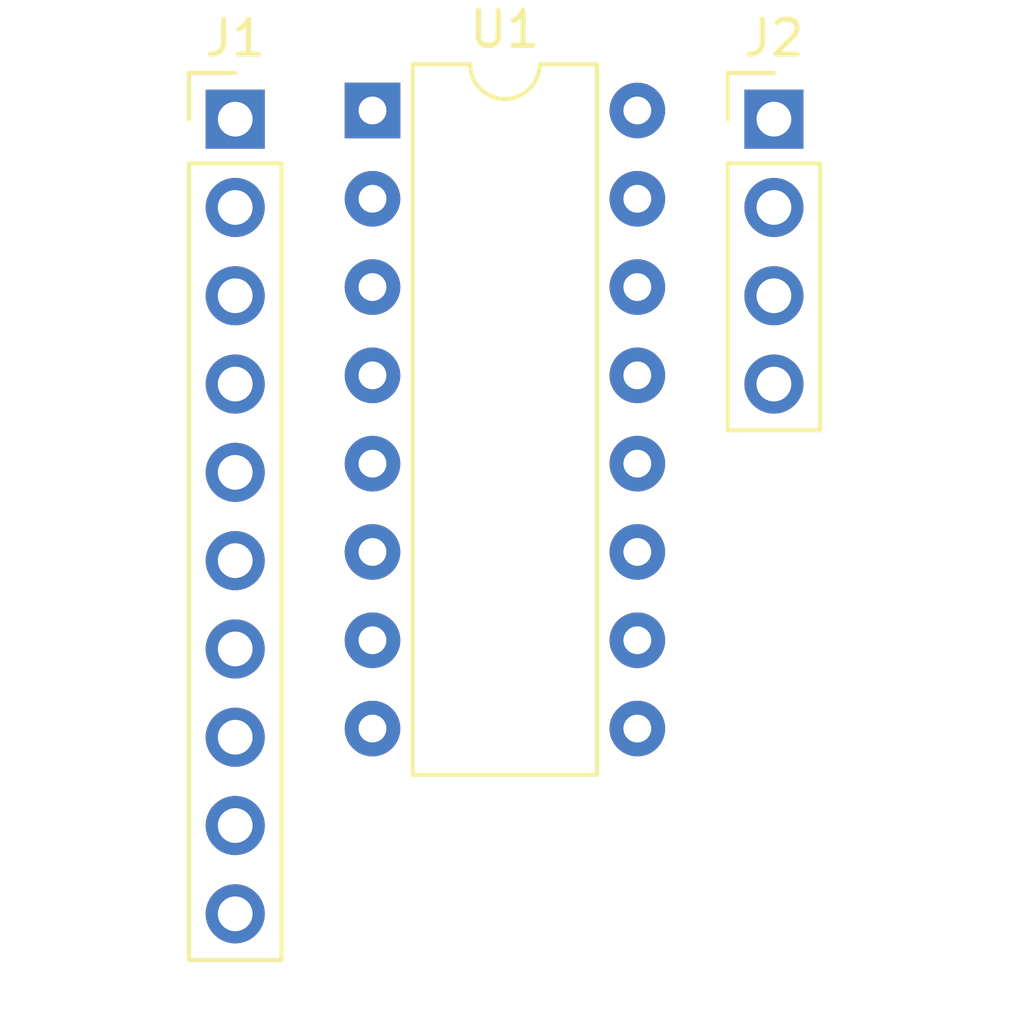
<source format=kicad_pcb>
(kicad_pcb (version 20211014) (generator pcbnew)
  (layers (0 "F.Cu" signal) (31 "B.Cu" signal) (34 "B.Paste" user) (35 "F.Paste" user) (36 "B.SilkS" user "B.Silkscreen") (37 "F.SilkS" user "F.Silkscreen") (38 "B.Mask" user) (39 "F.Mask" user) (44 "Edge.Cuts" user))
  (net 0 "")
  (net 1 "Net-(J1-Pad1)")
  (net 2 "Net-(J1-Pad2)")
  (net 3 "Net-(J1-Pad3)")
  (net 4 "Net-(J1-Pad4)")
  (net 5 "Net-(J1-Pad5)")
  (net 6 "Net-(J1-Pad6)")
  (net 7 "Net-(J1-Pad7)")
  (net 8 "Net-(J1-Pad8)")
  (net 9 "Net-(J1-Pad9)")
  (net 10 "Net-(J1-Pad10)")
  (net 11 "Net-(J2-Pad1)")
  (net 12 "Net-(J2-Pad2)")
  (net 13 "Net-(J2-Pad3)")
  (net 14 "Net-(J2-Pad4)")
  (net 15 "GND")
  (net 16 "VCC")
  (footprint "Connector_PinHeader_2.54mm:PinHeader_1x04_P2.54mm_Vertical" (layer "F.Cu") (at 150.755 81.915)
    (fp_text reference "J2" (at 0 -2.33) (layer "F.SilkS"))
    (fp_text value "Conn_01x04_Male")
    (fp_line (start -1.33 -1.33) (end 0 -1.33) (layer "F.SilkS") (width 0.12))
    (fp_line (start -1.33 0) (end -1.33 -1.33) (layer "F.SilkS") (width 0.12))
    (fp_line (start -1.33 1.27) (end -1.33 8.95) (layer "F.SilkS") (width 0.12))
    (fp_line (start 1.33 1.27) (end 1.33 8.95) (layer "F.SilkS") (width 0.12))
    (fp_line (start -1.33 8.95) (end 1.33 8.95) (layer "F.SilkS") (width 0.12))
    (fp_line (start -1.33 1.27) (end 1.33 1.27) (layer "F.SilkS") (width 0.12))
    (pad "1" thru_hole rect (at 0 0) (size 1.7 1.7) (drill 1) (layers *.Cu *.Mask) (net 11 "Net-(J2-Pad1)"))
    (pad "2" thru_hole oval (at 0 2.54) (size 1.7 1.7) (drill 1) (layers *.Cu *.Mask) (net 12 "Net-(J2-Pad2)"))
    (pad "3" thru_hole oval (at 0 5.08) (size 1.7 1.7) (drill 1) (layers *.Cu *.Mask) (net 13 "Net-(J2-Pad3)"))
    (pad "4" thru_hole oval (at 0 7.62) (size 1.7 1.7) (drill 1) (layers *.Cu *.Mask) (net 14 "Net-(J2-Pad4)"))
  )
  (footprint "Package_DIP:DIP-16_W7.62mm" (layer "F.Cu") (at 139.205 81.665)
    (fp_text reference "U1" (at 3.81 -2.33) (layer "F.SilkS"))
    (fp_text value "74HC157")
    (fp_line (start 1.16 19.11) (end 6.46 19.11) (layer "F.SilkS") (width 0.12))
    (fp_line (start 6.46 -1.33) (end 4.81 -1.33) (layer "F.SilkS") (width 0.12))
    (fp_line (start 2.81 -1.33) (end 1.16 -1.33) (layer "F.SilkS") (width 0.12))
    (fp_line (start 6.46 19.11) (end 6.46 -1.33) (layer "F.SilkS") (width 0.12))
    (fp_line (start 1.16 -1.33) (end 1.16 19.11) (layer "F.SilkS") (width 0.12))
    (fp_arc (start 4.81 -1.33) (mid 3.81 -0.33) (end 2.81 -1.33) (layer "F.SilkS") (width 0.12))
    (pad "1" thru_hole rect (at 0 0) (size 1.6 1.6) (drill 0.8) (layers *.Cu *.Mask) (net 10 "Net-(J1-Pad10)"))
    (pad "2" thru_hole oval (at 0 2.54) (size 1.6 1.6) (drill 0.8) (layers *.Cu *.Mask) (net 2 "Net-(J1-Pad2)"))
    (pad "3" thru_hole oval (at 0 5.08) (size 1.6 1.6) (drill 0.8) (layers *.Cu *.Mask) (net 3 "Net-(J1-Pad3)"))
    (pad "4" thru_hole oval (at 0 7.62) (size 1.6 1.6) (drill 0.8) (layers *.Cu *.Mask) (net 11 "Net-(J2-Pad1)"))
    (pad "5" thru_hole oval (at 0 10.16) (size 1.6 1.6) (drill 0.8) (layers *.Cu *.Mask) (net 4 "Net-(J1-Pad4)"))
    (pad "6" thru_hole oval (at 0 12.7) (size 1.6 1.6) (drill 0.8) (layers *.Cu *.Mask) (net 5 "Net-(J1-Pad5)"))
    (pad "7" thru_hole oval (at 0 15.24) (size 1.6 1.6) (drill 0.8) (layers *.Cu *.Mask) (net 12 "Net-(J2-Pad2)"))
    (pad "8" thru_hole oval (at 0 17.78) (size 1.6 1.6) (drill 0.8) (layers *.Cu *.Mask) (net 15 "GND"))
    (pad "9" thru_hole oval (at 7.62 17.78) (size 1.6 1.6) (drill 0.8) (layers *.Cu *.Mask) (net 13 "Net-(J2-Pad3)"))
    (pad "10" thru_hole oval (at 7.62 15.24) (size 1.6 1.6) (drill 0.8) (layers *.Cu *.Mask) (net 7 "Net-(J1-Pad7)"))
    (pad "11" thru_hole oval (at 7.62 12.7) (size 1.6 1.6) (drill 0.8) (layers *.Cu *.Mask) (net 6 "Net-(J1-Pad6)"))
    (pad "12" thru_hole oval (at 7.62 10.16) (size 1.6 1.6) (drill 0.8) (layers *.Cu *.Mask) (net 14 "Net-(J2-Pad4)"))
    (pad "13" thru_hole oval (at 7.62 7.62) (size 1.6 1.6) (drill 0.8) (layers *.Cu *.Mask) (net 9 "Net-(J1-Pad9)"))
    (pad "14" thru_hole oval (at 7.62 5.08) (size 1.6 1.6) (drill 0.8) (layers *.Cu *.Mask) (net 8 "Net-(J1-Pad8)"))
    (pad "15" thru_hole oval (at 7.62 2.54) (size 1.6 1.6) (drill 0.8) (layers *.Cu *.Mask) (net 1 "Net-(J1-Pad1)"))
    (pad "16" thru_hole oval (at 7.62 0) (size 1.6 1.6) (drill 0.8) (layers *.Cu *.Mask) (net 16 "VCC"))
  )
  (footprint "Connector_PinHeader_2.54mm:PinHeader_1x10_P2.54mm_Vertical" (layer "F.Cu") (at 135.255 81.915)
    (fp_text reference "J1" (at 0 -2.33) (layer "F.SilkS"))
    (fp_text value "Conn_01x10_Male")
    (fp_line (start -1.33 1.27) (end 1.33 1.27) (layer "F.SilkS") (width 0.12))
    (fp_line (start -1.33 -1.33) (end 0 -1.33) (layer "F.SilkS") (width 0.12))
    (fp_line (start -1.33 24.19) (end 1.33 24.19) (layer "F.SilkS") (width 0.12))
    (fp_line (start -1.33 0) (end -1.33 -1.33) (layer "F.SilkS") (width 0.12))
    (fp_line (start -1.33 1.27) (end -1.33 24.19) (layer "F.SilkS") (width 0.12))
    (fp_line (start 1.33 1.27) (end 1.33 24.19) (layer "F.SilkS") (width 0.12))
    (pad "1" thru_hole rect (at 0 0) (size 1.7 1.7) (drill 1) (layers *.Cu *.Mask) (net 1 "Net-(J1-Pad1)"))
    (pad "2" thru_hole oval (at 0 2.54) (size 1.7 1.7) (drill 1) (layers *.Cu *.Mask) (net 2 "Net-(J1-Pad2)"))
    (pad "3" thru_hole oval (at 0 5.08) (size 1.7 1.7) (drill 1) (layers *.Cu *.Mask) (net 3 "Net-(J1-Pad3)"))
    (pad "4" thru_hole oval (at 0 7.62) (size 1.7 1.7) (drill 1) (layers *.Cu *.Mask) (net 4 "Net-(J1-Pad4)"))
    (pad "5" thru_hole oval (at 0 10.16) (size 1.7 1.7) (drill 1) (layers *.Cu *.Mask) (net 5 "Net-(J1-Pad5)"))
    (pad "6" thru_hole oval (at 0 12.7) (size 1.7 1.7) (drill 1) (layers *.Cu *.Mask) (net 6 "Net-(J1-Pad6)"))
    (pad "7" thru_hole oval (at 0 15.24) (size 1.7 1.7) (drill 1) (layers *.Cu *.Mask) (net 7 "Net-(J1-Pad7)"))
    (pad "8" thru_hole oval (at 0 17.78) (size 1.7 1.7) (drill 1) (layers *.Cu *.Mask) (net 8 "Net-(J1-Pad8)"))
    (pad "9" thru_hole oval (at 0 20.32) (size 1.7 1.7) (drill 1) (layers *.Cu *.Mask) (net 9 "Net-(J1-Pad9)"))
    (pad "10" thru_hole oval (at 0 22.86) (size 1.7 1.7) (drill 1) (layers *.Cu *.Mask) (net 10 "Net-(J1-Pad10)"))
  )
)
</source>
